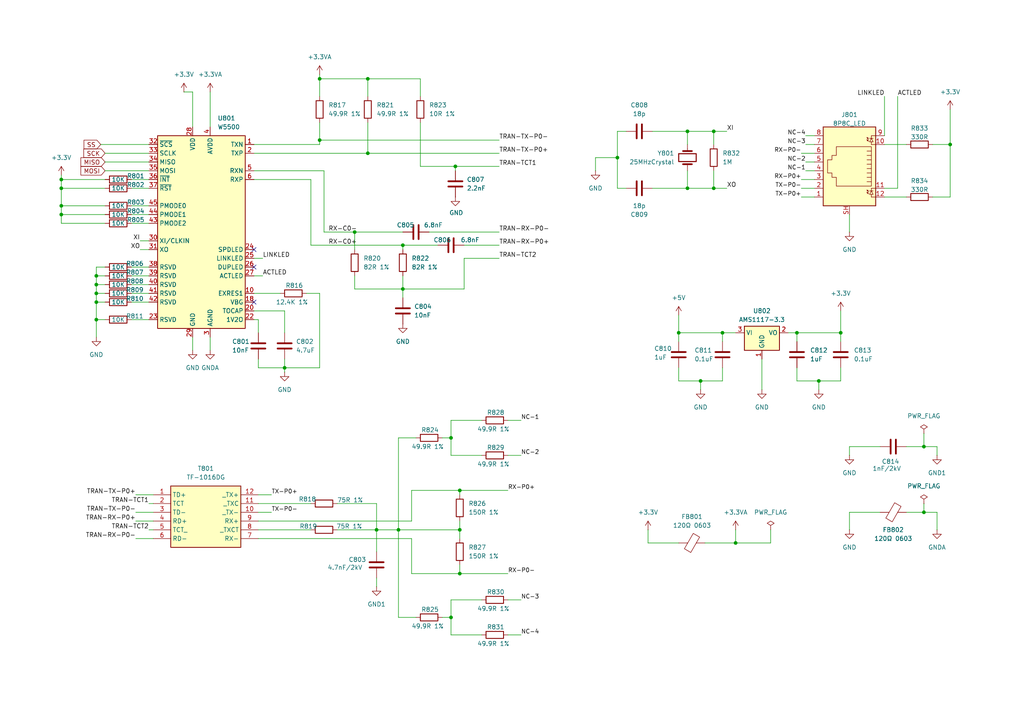
<source format=kicad_sch>
(kicad_sch (version 20250114) (generator "eeschema") (generator_version "9.0")
  (paper "A4")
  (lib_symbols
    (symbol "Connector:8P8C_LED_Shielded" (pin_names (offset 1.016))
      (property "Reference" "J" (at -5.08 13.97 0))
      (property "Value" "8P8C_LED_Shielded" (at 1.27 13.97 0))
      (symbol "8P8C_LED_Shielded_0_1"
        (polyline (pts (xy -7.62 10.16) (xy -6.35 10.16)))
        (polyline (pts (xy -7.62 7.62) (xy -6.35 7.62)))
        (polyline (pts (xy -7.62 -5.08) (xy -6.35 -5.08)))
        (polyline (pts (xy -7.62 -7.62) (xy -6.35 -7.62)))
        (polyline (pts (xy -6.858 9.398) (xy -5.842 9.398)))
        (polyline (pts (xy -6.858 -5.842) (xy -5.842 -5.842)))
        (polyline (pts (xy -6.35 10.16) (xy -6.35 9.398)))
        (polyline (pts (xy -6.35 9.398) (xy -6.858 8.382) (xy -5.842 8.382) (xy -6.35 9.398)))
        (polyline (pts (xy -6.35 7.62) (xy -6.35 8.382)))
        (polyline (pts (xy -6.35 1.905) (xy -5.08 1.905) (xy -5.08 1.905)))
        (polyline (pts (xy -6.35 0.635) (xy -5.08 0.635) (xy -5.08 0.635)))
        (polyline (pts (xy -6.35 -0.635) (xy -5.08 -0.635) (xy -5.08 -0.635)))
        (polyline (pts (xy -6.35 -1.905) (xy -5.08 -1.905) (xy -5.08 -1.905)))
        (polyline (pts (xy -6.35 -3.175) (xy -5.08 -3.175) (xy -5.08 -3.175)))
        (polyline (pts (xy -6.35 -4.445) (xy -6.35 6.985) (xy 3.81 6.985) (xy 3.81 4.445) (xy 5.08 4.445) (xy 5.08 3.175) (xy 6.35 3.175) (xy 6.35 -0.635) (xy 5.08 -0.635) (xy 5.08 -1.905) (xy 3.81 -1.905) (xy 3.81 -4.445) (xy -6.35 -4.445) (xy -6.35 -4.445)))
        (polyline (pts (xy -6.35 -5.08) (xy -6.35 -5.842)))
        (polyline (pts (xy -6.35 -5.842) (xy -6.858 -6.858) (xy -5.842 -6.858) (xy -6.35 -5.842)))
        (polyline (pts (xy -6.35 -7.62) (xy -6.35 -6.858)))
        (polyline (pts (xy -5.588 9.144) (xy -5.08 9.652) (xy -5.461 9.525)))
        (polyline (pts (xy -5.588 8.509) (xy -5.08 9.017) (xy -5.461 8.89)))
        (polyline (pts (xy -5.588 -6.096) (xy -5.08 -5.588) (xy -5.461 -5.715)))
        (polyline (pts (xy -5.588 -6.731) (xy -5.08 -6.223) (xy -5.461 -6.35)))
        (polyline (pts (xy -5.08 9.652) (xy -5.207 9.271)))
        (polyline (pts (xy -5.08 9.017) (xy -5.207 8.636)))
        (polyline (pts (xy -5.08 5.715) (xy -6.35 5.715)))
        (polyline (pts (xy -5.08 4.445) (xy -6.35 4.445)))
        (polyline (pts (xy -5.08 3.175) (xy -6.35 3.175) (xy -6.35 3.175)))
        (polyline (pts (xy -5.08 -5.588) (xy -5.207 -5.969)))
        (polyline (pts (xy -5.08 -6.223) (xy -5.207 -6.604)))
        (rectangle (start 7.62 12.7) (end -7.62 -10.16) (stroke (width 0.254)) (fill (type background)))
      )
      (symbol "8P8C_LED_Shielded_1_1"
        (pin passive line (at -10.16 10.16 0) (length 2.54) (name "~") (number "9"))
        (pin passive line (at -10.16 7.62 0) (length 2.54) (name "~") (number "10"))
        (pin passive line (at -10.16 -5.08 0) (length 2.54) (name "~") (number "11"))
        (pin passive line (at -10.16 -7.62 0) (length 2.54) (name "~") (number "12"))
        (pin passive line (at 0 -12.7 90) (length 2.54) (name "~") (number "SH"))
        (pin passive line (at 10.16 10.16 180) (length 2.54) (name "~") (number "8"))
        (pin passive line (at 10.16 7.62 180) (length 2.54) (name "~") (number "7"))
        (pin passive line (at 10.16 5.08 180) (length 2.54) (name "~") (number "6"))
        (pin passive line (at 10.16 2.54 180) (length 2.54) (name "~") (number "5"))
        (pin passive line (at 10.16 0 180) (length 2.54) (name "~") (number "4"))
        (pin passive line (at 10.16 -2.54 180) (length 2.54) (name "~") (number "3"))
        (pin passive line (at 10.16 -5.08 180) (length 2.54) (name "~") (number "2"))
        (pin passive line (at 10.16 -7.62 180) (length 2.54) (name "~") (number "1"))
      )
    )
    (symbol "Device:C" (pin_numbers (hide yes)) (pin_names (offset 0.254))
      (property "Reference" "C" (at 0.635 2.54 0))
      (property "Value" "C" (at 0.635 -2.54 0))
      (symbol "C_0_1"
        (polyline (pts (xy -2.032 0.762) (xy 2.032 0.762)) (stroke (width 0.508)))
        (polyline (pts (xy -2.032 -0.762) (xy 2.032 -0.762)) (stroke (width 0.508)))
      )
      (symbol "C_1_1"
        (pin passive line (at 0 3.81 270) (length 2.794) (name "~") (number "1"))
        (pin passive line (at 0 -3.81 90) (length 2.794) (name "~") (number "2"))
      )
    )
    (symbol "Device:Crystal" (pin_numbers (hide yes)) (pin_names (offset 1.016) (hide yes))
      (property "Reference" "Y" (at 0 3.81 0))
      (property "Value" "Crystal" (at 0 -3.81 0))
      (symbol "Crystal_0_1"
        (polyline (pts (xy -2.54 0) (xy -1.905 0)))
        (polyline (pts (xy -1.905 -1.27) (xy -1.905 1.27)) (stroke (width 0.508)))
        (rectangle (start -1.143 2.54) (end 1.143 -2.54) (stroke (width 0.3048)))
        (polyline (pts (xy 1.905 -1.27) (xy 1.905 1.27)) (stroke (width 0.508)))
        (polyline (pts (xy 2.54 0) (xy 1.905 0)))
      )
      (symbol "Crystal_1_1"
        (pin passive line (at -3.81 0 0) (length 1.27) (name "1") (number "1"))
        (pin passive line (at 3.81 0 180) (length 1.27) (name "2") (number "2"))
      )
    )
    (symbol "Device:FerriteBead" (pin_numbers (hide yes)) (pin_names (offset 0))
      (property "Reference" "FB" (at -3.81 0.635 90))
      (property "Value" "FerriteBead" (at 3.81 0 90))
      (symbol "FerriteBead_0_1"
        (polyline (pts (xy -2.7686 0.4064) (xy -1.7018 2.2606) (xy 2.7686 -0.3048) (xy 1.6764 -2.159) (xy -2.7686 0.4064)))
        (polyline (pts (xy 0 1.27) (xy 0 1.2954)))
        (polyline (pts (xy 0 -1.27) (xy 0 -1.2192)))
      )
      (symbol "FerriteBead_1_1"
        (pin passive line (at 0 3.81 270) (length 2.54) (name "~") (number "1"))
        (pin passive line (at 0 -3.81 90) (length 2.54) (name "~") (number "2"))
      )
    )
    (symbol "Device:R" (pin_numbers (hide yes)) (pin_names (offset 0))
      (property "Reference" "R" (at 2.032 0 90))
      (property "Value" "R" (at 0 0 90))
      (symbol "R_0_1"
        (rectangle (start -1.016 -2.54) (end 1.016 2.54) (stroke (width 0.254)))
      )
      (symbol "R_1_1"
        (pin passive line (at 0 3.81 270) (length 1.27) (name "~") (number "1"))
        (pin passive line (at 0 -3.81 90) (length 1.27) (name "~") (number "2"))
      )
    )
    (symbol "Interface_Ethernet:W5500"
      (property "Reference" "U" (at -11.43 29.21 0))
      (property "Value" "W5500" (at 8.89 29.21 0))
      (symbol "W5500_0_1"
        (rectangle (start -12.7 27.94) (end 12.7 -27.94) (stroke (width 0.254)) (fill (type background)))
      )
      (symbol "W5500_1_1"
        (pin input line (at -15.24 25.4 0) (length 2.54) (name "~{SCS}") (number "32"))
        (pin input line (at -15.24 22.86 0) (length 2.54) (name "SCLK") (number "33"))
        (pin output line (at -15.24 20.32 0) (length 2.54) (name "MISO") (number "34"))
        (pin input line (at -15.24 17.78 0) (length 2.54) (name "MOSI") (number "35"))
        (pin input line (at -15.24 15.24 0) (length 2.54) (name "~{INT}") (number "36"))
        (pin input line (at -15.24 12.7 0) (length 2.54) (name "~{RST}") (number "37"))
        (pin input line (at -15.24 7.62 0) (length 2.54) (name "PMODE0") (number "45"))
        (pin input line (at -15.24 5.08 0) (length 2.54) (name "PMODE1") (number "44"))
        (pin input line (at -15.24 2.54 0) (length 2.54) (name "PMODE2") (number "43"))
        (pin input line (at -15.24 -2.54 0) (length 2.54) (name "XI/CLKIN") (number "30"))
        (pin output line (at -15.24 -5.08 0) (length 2.54) (name "XO") (number "31"))
        (pin input line (at -15.24 -10.16 0) (length 2.54) (name "RSVD") (number "38"))
        (pin input line (at -15.24 -12.7 0) (length 2.54) (name "RSVD") (number "39"))
        (pin input line (at -15.24 -15.24 0) (length 2.54) (name "RSVD") (number "40"))
        (pin input line (at -15.24 -17.78 0) (length 2.54) (name "RSVD") (number "41"))
        (pin input line (at -15.24 -20.32 0) (length 2.54) (name "RSVD") (number "42"))
        (pin input line (at -15.24 -25.4 0) (length 2.54) (name "RSVD") (number "23"))
        (pin power_in line (at -2.54 30.48 270) (length 2.54) (name "VDD") (number "28"))
        (pin power_in line (at -2.54 -30.48 90) (length 2.54) (name "GND") (number "29"))
        (pin passive line (at 2.54 30.48 270) (length 2.54) (hide yes) (name "AVDD") (number "11"))
        (pin passive line (at 2.54 30.48 270) (length 2.54) (hide yes) (name "AVDD") (number "15"))
        (pin passive line (at 2.54 30.48 270) (length 2.54) (hide yes) (name "AVDD") (number "17"))
        (pin passive line (at 2.54 30.48 270) (length 2.54) (hide yes) (name "AVDD") (number "21"))
        (pin power_in line (at 2.54 30.48 270) (length 2.54) (name "AVDD") (number "4"))
        (pin passive line (at 2.54 30.48 270) (length 2.54) (hide yes) (name "AVDD") (number "8"))
        (pin passive line (at 2.54 -30.48 90) (length 2.54) (hide yes) (name "AGND") (number "14"))
        (pin passive line (at 2.54 -30.48 90) (length 2.54) (hide yes) (name "AGND") (number "16"))
        (pin passive line (at 2.54 -30.48 90) (length 2.54) (hide yes) (name "AGND") (number "19"))
        (pin power_in line (at 2.54 -30.48 90) (length 2.54) (name "AGND") (number "3"))
        (pin passive line (at 2.54 -30.48 90) (length 2.54) (hide yes) (name "AGND") (number "48"))
        (pin passive line (at 2.54 -30.48 90) (length 2.54) (hide yes) (name "AGND") (number "9"))
        (pin no_connect line (at 12.7 10.16 180) (length 2.54) (hide yes) (name "DNC") (number "7"))
        (pin no_connect line (at 12.7 7.62 180) (length 2.54) (hide yes) (name "NC") (number "12"))
        (pin no_connect line (at 12.7 5.08 180) (length 2.54) (hide yes) (name "NC") (number "13"))
        (pin no_connect line (at 12.7 2.54 180) (length 2.54) (hide yes) (name "NC") (number "46"))
        (pin no_connect line (at 12.7 0 180) (length 2.54) (hide yes) (name "NC") (number "47"))
        (pin output line (at 15.24 25.4 180) (length 2.54) (name "TXN") (number "1"))
        (pin output line (at 15.24 22.86 180) (length 2.54) (name "TXP") (number "2"))
        (pin input line (at 15.24 17.78 180) (length 2.54) (name "RXN") (number "5"))
        (pin input line (at 15.24 15.24 180) (length 2.54) (name "RXP") (number "6"))
        (pin output line (at 15.24 -5.08 180) (length 2.54) (name "SPDLED") (number "24"))
        (pin output line (at 15.24 -7.62 180) (length 2.54) (name "LINKLED") (number "25"))
        (pin output line (at 15.24 -10.16 180) (length 2.54) (name "DUPLED") (number "26"))
        (pin output line (at 15.24 -12.7 180) (length 2.54) (name "ACTLED") (number "27"))
        (pin passive line (at 15.24 -17.78 180) (length 2.54) (name "EXRES1") (number "10"))
        (pin passive line (at 15.24 -20.32 180) (length 2.54) (name "VBG") (number "18"))
        (pin passive line (at 15.24 -22.86 180) (length 2.54) (name "TOCAP") (number "20"))
        (pin output line (at 15.24 -25.4 180) (length 2.54) (name "1V2O") (number "22"))
      )
    )
    (symbol "Regulator_Linear:AMS1117-3.3"
      (property "Reference" "U" (at -3.81 3.175 0))
      (property "Value" "AMS1117-3.3" (at 0 3.175 0))
      (symbol "AMS1117-3.3_0_1"
        (rectangle (start -5.08 -5.08) (end 5.08 1.905) (stroke (width 0.254)) (fill (type background)))
      )
      (symbol "AMS1117-3.3_1_1"
        (pin power_in line (at -7.62 0 0) (length 2.54) (name "VI") (number "3"))
        (pin power_in line (at 0 -7.62 90) (length 2.54) (name "GND") (number "1"))
        (pin power_out line (at 7.62 0 180) (length 2.54) (name "VO") (number "2"))
      )
    )
    (symbol "coconut_pairing:TF-1016DG"
      (property "Reference" "T" (at 26.67 7.62 0))
      (property "Value" "TF-1016DG" (at 26.67 5.08 0))
      (symbol "TF-1016DG_1_1"
        (rectangle (start 5.08 2.54) (end 25.4 -15.24) (stroke (width 0.254)) (fill (type background)))
        (pin passive line (at 0 0 0) (length 5.08) (name "TD+") (number "1"))
        (pin passive line (at 0 -2.54 0) (length 5.08) (name "TCT") (number "2"))
        (pin passive line (at 0 -5.08 0) (length 5.08) (name "TD-") (number "3"))
        (pin passive line (at 0 -7.62 0) (length 5.08) (name "RD+") (number "4"))
        (pin passive line (at 0 -10.16 0) (length 5.08) (name "TCT_") (number "5"))
        (pin passive line (at 0 -12.7 0) (length 5.08) (name "RD-") (number "6"))
        (pin passive line (at 30.48 0 180) (length 5.08) (name "_TX+") (number "12"))
        (pin passive line (at 30.48 -2.54 180) (length 5.08) (name "_TXC") (number "11"))
        (pin passive line (at 30.48 -5.08 180) (length 5.08) (name "_TX-") (number "10"))
        (pin passive line (at 30.48 -7.62 180) (length 5.08) (name "RX+") (number "9"))
        (pin passive line (at 30.48 -10.16 180) (length 5.08) (name "_TXCT") (number "8"))
        (pin passive line (at 30.48 -12.7 180) (length 5.08) (name "RX-") (number "7"))
      )
    )
    (symbol "power:+3.3V" (power) (pin_numbers (hide yes)) (pin_names (offset 0) (hide yes))
      (property "Value" "+3.3V" (at 0 3.556 0))
      (symbol "+3.3V_0_1"
        (polyline (pts (xy -0.762 1.27) (xy 0 2.54)))
        (polyline (pts (xy 0 2.54) (xy 0.762 1.27)))
        (polyline (pts (xy 0 0) (xy 0 2.54)))
      )
      (symbol "+3.3V_1_1"
        (pin power_in line (at 0 0 90) (length 0) (name "~") (number "1"))
      )
    )
    (symbol "power:+3.3VA" (power) (pin_numbers (hide yes)) (pin_names (offset 0) (hide yes))
      (property "Value" "+3.3VA" (at 0 3.556 0))
      (symbol "+3.3VA_0_1"
        (polyline (pts (xy -0.762 1.27) (xy 0 2.54)))
        (polyline (pts (xy 0 2.54) (xy 0.762 1.27)))
        (polyline (pts (xy 0 0) (xy 0 2.54)))
      )
      (symbol "+3.3VA_1_1"
        (pin power_in line (at 0 0 90) (length 0) (name "~") (number "1"))
      )
    )
    (symbol "power:+5V" (power) (pin_numbers (hide yes)) (pin_names (offset 0) (hide yes))
      (property "Value" "+5V" (at 0 3.556 0))
      (symbol "+5V_0_1"
        (polyline (pts (xy -0.762 1.27) (xy 0 2.54)))
        (polyline (pts (xy 0 2.54) (xy 0.762 1.27)))
        (polyline (pts (xy 0 0) (xy 0 2.54)))
      )
      (symbol "+5V_1_1"
        (pin power_in line (at 0 0 90) (length 0) (name "~") (number "1"))
      )
    )
    (symbol "power:GND" (power) (pin_numbers (hide yes)) (pin_names (offset 0) (hide yes))
      (property "Value" "GND" (at 0 -3.81 0))
      (symbol "GND_0_1"
        (polyline (pts (xy 0 0) (xy 0 -1.27) (xy 1.27 -1.27) (xy 0 -2.54) (xy -1.27 -1.27) (xy 0 -1.27)))
      )
      (symbol "GND_1_1"
        (pin power_in line (at 0 0 270) (length 0) (name "~") (number "1"))
      )
    )
    (symbol "power:GND1" (power) (pin_numbers (hide yes)) (pin_names (offset 0) (hide yes))
      (property "Value" "GND1" (at 0 -3.81 0))
      (symbol "GND1_0_1"
        (polyline (pts (xy 0 0) (xy 0 -1.27) (xy 1.27 -1.27) (xy 0 -2.54) (xy -1.27 -1.27) (xy 0 -1.27)))
      )
      (symbol "GND1_1_1"
        (pin power_in line (at 0 0 270) (length 0) (name "~") (number "1"))
      )
    )
    (symbol "power:GNDA" (power) (pin_numbers (hide yes)) (pin_names (offset 0) (hide yes))
      (property "Value" "GNDA" (at 0 -3.81 0))
      (symbol "GNDA_0_1"
        (polyline (pts (xy 0 0) (xy 0 -1.27) (xy 1.27 -1.27) (xy 0 -2.54) (xy -1.27 -1.27) (xy 0 -1.27)))
      )
      (symbol "GNDA_1_1"
        (pin power_in line (at 0 0 270) (length 0) (name "~") (number "1"))
      )
    )
    (symbol "power:PWR_FLAG" (power) (pin_numbers (hide yes)) (pin_names (offset 0) (hide yes))
      (property "Value" "PWR_FLAG" (at 0 3.81 0))
      (symbol "PWR_FLAG_0_0"
        (pin power_out line (at 0 0 90) (length 0) (name "~") (number "1"))
      )
      (symbol "PWR_FLAG_0_1"
        (polyline (pts (xy 0 0) (xy 0 1.27) (xy -1.016 1.905) (xy 0 2.54) (xy 1.016 1.905) (xy 0 1.27)))
      )
    )
  )
  (junction (at 27.94 87.63))
  (junction (at 231.14 96.52))
  (junction (at 116.84 71.12))
  (junction (at 92.71 22.86))
  (junction (at 267.97 148.59))
  (junction (at 27.94 92.71))
  (junction (at 199.39 54.61))
  (junction (at 132.08 48.26))
  (junction (at 213.36 157.48))
  (junction (at 102.87 67.31))
  (junction (at 209.55 96.52))
  (junction (at 17.78 62.23))
  (junction (at 116.84 83.82))
  (junction (at 17.78 59.69))
  (junction (at 267.97 129.54))
  (junction (at 106.68 22.86))
  (junction (at 243.84 96.52))
  (junction (at 207.01 38.1))
  (junction (at 130.81 179.07))
  (junction (at 106.68 44.45))
  (junction (at 237.49 110.49))
  (junction (at 133.35 142.24))
  (junction (at 27.94 82.55))
  (junction (at 109.22 153.67))
  (junction (at 275.59 41.91))
  (junction (at 130.81 127))
  (junction (at 27.94 80.01))
  (junction (at 133.35 166.37))
  (junction (at 92.71 40.64))
  (junction (at 82.55 106.68))
  (junction (at 203.2 110.49))
  (junction (at 199.39 38.1))
  (junction (at 115.57 153.67))
  (junction (at 17.78 52.07))
  (junction (at 179.07 45.72))
  (junction (at 133.35 153.67))
  (junction (at 17.78 54.61))
  (junction (at 207.01 54.61))
  (junction (at 27.94 85.09))
  (junction (at 196.85 96.52))
  (no_connect (at 73.66 72.39))
  (no_connect (at 73.66 87.63))
  (no_connect (at 73.66 77.47))
  (wire (pts (xy 207.01 54.61) (xy 199.39 54.61)))
  (wire (pts (xy 210.82 38.1) (xy 207.01 38.1)))
  (wire (pts (xy 27.94 87.63) (xy 27.94 92.71)))
  (wire (pts (xy 246.38 129.54) (xy 255.27 129.54)))
  (wire (pts (xy 213.36 157.48) (xy 223.52 157.48)))
  (wire (pts (xy 60.96 101.6) (xy 60.96 97.79)))
  (wire (pts (xy 120.65 127) (xy 115.57 127)))
  (wire (pts (xy 132.08 48.26) (xy 121.92 48.26)))
  (wire (pts (xy 17.78 64.77) (xy 17.78 62.23)))
  (wire (pts (xy 116.84 71.12) (xy 116.84 72.39)))
  (wire (pts (xy 106.68 44.45) (xy 106.68 35.56)))
  (wire (pts (xy 27.94 80.01) (xy 30.48 80.01)))
  (wire (pts (xy 38.1 59.69) (xy 43.18 59.69)))
  (wire (pts (xy 231.14 99.06) (xy 231.14 96.52)))
  (wire (pts (xy 196.85 110.49) (xy 196.85 106.68)))
  (wire (pts (xy 60.96 26.67) (xy 60.96 36.83)))
  (wire (pts (xy 196.85 99.06) (xy 196.85 96.52)))
  (wire (pts (xy 231.14 110.49) (xy 237.49 110.49)))
  (wire (pts (xy 199.39 49.53) (xy 199.39 54.61)))
  (wire (pts (xy 120.65 179.07) (xy 115.57 179.07)))
  (wire (pts (xy 82.55 106.68) (xy 82.55 104.14)))
  (wire (pts (xy 116.84 71.12) (xy 127 71.12)))
  (wire (pts (xy 92.71 35.56) (xy 92.71 40.64)))
  (wire (pts (xy 134.62 71.12) (xy 144.78 71.12)))
  (wire (pts (xy 203.2 110.49) (xy 203.2 113.03)))
  (wire (pts (xy 133.35 153.67) (xy 133.35 156.21)))
  (wire (pts (xy 119.38 166.37) (xy 119.38 156.21)))
  (wire (pts (xy 256.54 54.61) (xy 260.35 54.61)))
  (wire (pts (xy 38.1 92.71) (xy 43.18 92.71)))
  (wire (pts (xy 121.92 27.94) (xy 121.92 22.86)))
  (wire (pts (xy 121.92 35.56) (xy 121.92 48.26)))
  (wire (pts (xy 76.2 74.93) (xy 73.66 74.93)))
  (wire (pts (xy 275.59 41.91) (xy 270.51 41.91)))
  (wire (pts (xy 232.41 52.07) (xy 236.22 52.07)))
  (wire (pts (xy 179.07 54.61) (xy 181.61 54.61)))
  (wire (pts (xy 267.97 146.05) (xy 267.97 148.59)))
  (wire (pts (xy 97.79 146.05) (xy 109.22 146.05)))
  (wire (pts (xy 92.71 22.86) (xy 92.71 27.94)))
  (wire (pts (xy 220.98 104.14) (xy 220.98 113.03)))
  (wire (pts (xy 267.97 148.59) (xy 271.78 148.59)))
  (wire (pts (xy 93.98 49.53) (xy 93.98 67.31)))
  (wire (pts (xy 179.07 38.1) (xy 179.07 45.72)))
  (wire (pts (xy 102.87 67.31) (xy 102.87 72.39)))
  (wire (pts (xy 119.38 142.24) (xy 133.35 142.24)))
  (wire (pts (xy 93.98 67.31) (xy 102.87 67.31)))
  (wire (pts (xy 115.57 179.07) (xy 115.57 153.67)))
  (wire (pts (xy 233.68 39.37) (xy 236.22 39.37)))
  (wire (pts (xy 139.7 184.15) (xy 130.81 184.15)))
  (wire (pts (xy 106.68 27.94) (xy 106.68 22.86)))
  (wire (pts (xy 109.22 153.67) (xy 115.57 153.67)))
  (wire (pts (xy 147.32 166.37) (xy 133.35 166.37)))
  (wire (pts (xy 179.07 38.1) (xy 181.61 38.1)))
  (wire (pts (xy 243.84 99.06) (xy 243.84 96.52)))
  (wire (pts (xy 88.9 85.09) (xy 92.71 85.09)))
  (wire (pts (xy 134.62 83.82) (xy 116.84 83.82)))
  (wire (pts (xy 73.66 85.09) (xy 81.28 85.09)))
  (wire (pts (xy 121.92 22.86) (xy 106.68 22.86)))
  (wire (pts (xy 17.78 59.69) (xy 30.48 59.69)))
  (wire (pts (xy 74.93 92.71) (xy 74.93 96.52)))
  (wire (pts (xy 30.48 44.45) (xy 43.18 44.45)))
  (wire (pts (xy 43.18 146.05) (xy 44.45 146.05)))
  (wire (pts (xy 92.71 21.59) (xy 92.71 22.86)))
  (wire (pts (xy 207.01 38.1) (xy 199.39 38.1)))
  (wire (pts (xy 38.1 64.77) (xy 43.18 64.77)))
  (wire (pts (xy 43.18 153.67) (xy 44.45 153.67)))
  (wire (pts (xy 17.78 50.8) (xy 17.78 52.07)))
  (wire (pts (xy 130.81 179.07) (xy 130.81 173.99)))
  (wire (pts (xy 172.72 45.72) (xy 172.72 49.53)))
  (wire (pts (xy 228.6 96.52) (xy 231.14 96.52)))
  (wire (pts (xy 132.08 49.53) (xy 132.08 48.26)))
  (wire (pts (xy 172.72 45.72) (xy 179.07 45.72)))
  (wire (pts (xy 189.23 38.1) (xy 199.39 38.1)))
  (wire (pts (xy 232.41 54.61) (xy 236.22 54.61)))
  (wire (pts (xy 246.38 62.23) (xy 246.38 67.31)))
  (wire (pts (xy 38.1 52.07) (xy 43.18 52.07)))
  (wire (pts (xy 130.81 127) (xy 130.81 121.92)))
  (wire (pts (xy 262.89 57.15) (xy 256.54 57.15)))
  (wire (pts (xy 17.78 52.07) (xy 17.78 54.61)))
  (wire (pts (xy 232.41 44.45) (xy 236.22 44.45)))
  (wire (pts (xy 133.35 142.24) (xy 147.32 142.24)))
  (wire (pts (xy 223.52 157.48) (xy 223.52 153.67)))
  (wire (pts (xy 187.96 157.48) (xy 196.85 157.48)))
  (wire (pts (xy 128.27 179.07) (xy 130.81 179.07)))
  (wire (pts (xy 267.97 125.73) (xy 267.97 129.54)))
  (wire (pts (xy 262.89 148.59) (xy 267.97 148.59)))
  (wire (pts (xy 106.68 22.86) (xy 92.71 22.86)))
  (wire (pts (xy 204.47 157.48) (xy 213.36 157.48)))
  (wire (pts (xy 73.66 44.45) (xy 106.68 44.45)))
  (wire (pts (xy 76.2 80.01) (xy 73.66 80.01)))
  (wire (pts (xy 82.55 106.68) (xy 82.55 107.95)))
  (wire (pts (xy 90.17 71.12) (xy 116.84 71.12)))
  (wire (pts (xy 233.68 49.53) (xy 236.22 49.53)))
  (wire (pts (xy 27.94 85.09) (xy 27.94 87.63)))
  (wire (pts (xy 27.94 85.09) (xy 30.48 85.09)))
  (wire (pts (xy 130.81 173.99) (xy 139.7 173.99)))
  (wire (pts (xy 151.13 173.99) (xy 147.32 173.99)))
  (wire (pts (xy 139.7 132.08) (xy 130.81 132.08)))
  (wire (pts (xy 196.85 91.44) (xy 196.85 96.52)))
  (wire (pts (xy 27.94 80.01) (xy 27.94 82.55)))
  (wire (pts (xy 39.37 143.51) (xy 44.45 143.51)))
  (wire (pts (xy 27.94 82.55) (xy 30.48 82.55)))
  (wire (pts (xy 115.57 153.67) (xy 133.35 153.67)))
  (wire (pts (xy 92.71 40.64) (xy 92.71 41.91)))
  (wire (pts (xy 231.14 110.49) (xy 231.14 106.68)))
  (wire (pts (xy 187.96 153.67) (xy 187.96 157.48)))
  (wire (pts (xy 92.71 106.68) (xy 82.55 106.68)))
  (wire (pts (xy 27.94 82.55) (xy 27.94 85.09)))
  (wire (pts (xy 119.38 151.13) (xy 74.93 151.13)))
  (wire (pts (xy 73.66 49.53) (xy 93.98 49.53)))
  (wire (pts (xy 233.68 46.99) (xy 236.22 46.99)))
  (wire (pts (xy 134.62 74.93) (xy 134.62 83.82)))
  (wire (pts (xy 55.88 101.6) (xy 55.88 97.79)))
  (wire (pts (xy 133.35 166.37) (xy 119.38 166.37)))
  (wire (pts (xy 271.78 148.59) (xy 271.78 153.67)))
  (wire (pts (xy 30.48 64.77) (xy 17.78 64.77)))
  (wire (pts (xy 38.1 85.09) (xy 43.18 85.09)))
  (wire (pts (xy 262.89 41.91) (xy 256.54 41.91)))
  (wire (pts (xy 237.49 110.49) (xy 237.49 113.03)))
  (wire (pts (xy 116.84 83.82) (xy 116.84 86.36)))
  (wire (pts (xy 179.07 45.72) (xy 179.07 54.61)))
  (wire (pts (xy 38.1 87.63) (xy 43.18 87.63)))
  (wire (pts (xy 144.78 40.64) (xy 92.71 40.64)))
  (wire (pts (xy 92.71 85.09) (xy 92.71 106.68)))
  (wire (pts (xy 115.57 127) (xy 115.57 153.67)))
  (wire (pts (xy 209.55 99.06) (xy 209.55 96.52)))
  (wire (pts (xy 109.22 170.18) (xy 109.22 167.64)))
  (wire (pts (xy 243.84 110.49) (xy 243.84 106.68)))
  (wire (pts (xy 116.84 80.01) (xy 116.84 83.82)))
  (wire (pts (xy 82.55 90.17) (xy 82.55 96.52)))
  (wire (pts (xy 209.55 110.49) (xy 209.55 106.68)))
  (wire (pts (xy 275.59 57.15) (xy 270.51 57.15)))
  (wire (pts (xy 17.78 52.07) (xy 30.48 52.07)))
  (wire (pts (xy 133.35 153.67) (xy 133.35 151.13)))
  (wire (pts (xy 102.87 83.82) (xy 116.84 83.82)))
  (wire (pts (xy 256.54 27.94) (xy 256.54 39.37)))
  (wire (pts (xy 232.41 57.15) (xy 236.22 57.15)))
  (wire (pts (xy 260.35 27.94) (xy 260.35 54.61)))
  (wire (pts (xy 102.87 67.31) (xy 116.84 67.31)))
  (wire (pts (xy 73.66 41.91) (xy 92.71 41.91)))
  (wire (pts (xy 246.38 148.59) (xy 255.27 148.59)))
  (wire (pts (xy 130.81 121.92) (xy 139.7 121.92)))
  (wire (pts (xy 213.36 157.48) (xy 213.36 153.67)))
  (wire (pts (xy 38.1 54.61) (xy 43.18 54.61)))
  (wire (pts (xy 119.38 156.21) (xy 74.93 156.21)))
  (wire (pts (xy 262.89 129.54) (xy 267.97 129.54)))
  (wire (pts (xy 74.93 153.67) (xy 90.17 153.67)))
  (wire (pts (xy 27.94 97.79) (xy 27.94 92.71)))
  (wire (pts (xy 38.1 80.01) (xy 43.18 80.01)))
  (wire (pts (xy 130.81 127) (xy 130.81 132.08)))
  (wire (pts (xy 39.37 156.21) (xy 44.45 156.21)))
  (wire (pts (xy 27.94 87.63) (xy 30.48 87.63)))
  (wire (pts (xy 209.55 110.49) (xy 203.2 110.49)))
  (wire (pts (xy 30.48 46.99) (xy 43.18 46.99)))
  (wire (pts (xy 17.78 54.61) (xy 30.48 54.61)))
  (wire (pts (xy 207.01 49.53) (xy 207.01 54.61)))
  (wire (pts (xy 53.34 26.67) (xy 55.88 26.67)))
  (wire (pts (xy 82.55 106.68) (xy 74.93 106.68)))
  (wire (pts (xy 132.08 48.26) (xy 144.78 48.26)))
  (wire (pts (xy 102.87 80.01) (xy 102.87 83.82)))
  (wire (pts (xy 246.38 148.59) (xy 246.38 153.67)))
  (wire (pts (xy 38.1 77.47) (xy 43.18 77.47)))
  (wire (pts (xy 109.22 153.67) (xy 109.22 160.02)))
  (wire (pts (xy 196.85 96.52) (xy 209.55 96.52)))
  (wire (pts (xy 73.66 52.07) (xy 90.17 52.07)))
  (wire (pts (xy 133.35 163.83) (xy 133.35 166.37)))
  (wire (pts (xy 73.66 90.17) (xy 82.55 90.17)))
  (wire (pts (xy 275.59 31.75) (xy 275.59 41.91)))
  (wire (pts (xy 74.93 92.71) (xy 73.66 92.71)))
  (wire (pts (xy 237.49 110.49) (xy 243.84 110.49)))
  (wire (pts (xy 246.38 132.08) (xy 246.38 129.54)))
  (wire (pts (xy 90.17 52.07) (xy 90.17 71.12)))
  (wire (pts (xy 39.37 148.59) (xy 44.45 148.59)))
  (wire (pts (xy 78.74 148.59) (xy 74.93 148.59)))
  (wire (pts (xy 38.1 82.55) (xy 43.18 82.55)))
  (wire (pts (xy 17.78 62.23) (xy 17.78 59.69)))
  (wire (pts (xy 151.13 121.92) (xy 147.32 121.92)))
  (wire (pts (xy 27.94 77.47) (xy 27.94 80.01)))
  (wire (pts (xy 30.48 49.53) (xy 43.18 49.53)))
  (wire (pts (xy 109.22 146.05) (xy 109.22 153.67)))
  (wire (pts (xy 39.37 151.13) (xy 44.45 151.13)))
  (wire (pts (xy 203.2 110.49) (xy 196.85 110.49)))
  (wire (pts (xy 151.13 132.08) (xy 147.32 132.08)))
  (wire (pts (xy 231.14 96.52) (xy 243.84 96.52)))
  (wire (pts (xy 151.13 184.15) (xy 147.32 184.15)))
  (wire (pts (xy 128.27 127) (xy 130.81 127)))
  (wire (pts (xy 27.94 77.47) (xy 30.48 77.47)))
  (wire (pts (xy 27.94 92.71) (xy 30.48 92.71)))
  (wire (pts (xy 55.88 26.67) (xy 55.88 36.83)))
  (wire (pts (xy 40.64 69.85) (xy 43.18 69.85)))
  (wire (pts (xy 74.93 146.05) (xy 90.17 146.05)))
  (wire (pts (xy 275.59 41.91) (xy 275.59 57.15)))
  (wire (pts (xy 243.84 90.17) (xy 243.84 96.52)))
  (wire (pts (xy 38.1 62.23) (xy 43.18 62.23)))
  (wire (pts (xy 210.82 54.61) (xy 207.01 54.61)))
  (wire (pts (xy 78.74 143.51) (xy 74.93 143.51)))
  (wire (pts (xy 233.68 41.91) (xy 236.22 41.91)))
  (wire (pts (xy 119.38 142.24) (xy 119.38 151.13)))
  (wire (pts (xy 207.01 38.1) (xy 207.01 41.91)))
  (wire (pts (xy 199.39 38.1) (xy 199.39 41.91)))
  (wire (pts (xy 267.97 129.54) (xy 271.78 129.54)))
  (wire (pts (xy 106.68 44.45) (xy 144.78 44.45)))
  (wire (pts (xy 271.78 129.54) (xy 271.78 132.08)))
  (wire (pts (xy 124.46 67.31) (xy 144.78 67.31)))
  (wire (pts (xy 74.93 106.68) (xy 74.93 104.14)))
  (wire (pts (xy 40.64 72.39) (xy 43.18 72.39)))
  (wire (pts (xy 133.35 143.51) (xy 133.35 142.24)))
  (wire (pts (xy 97.79 153.67) (xy 109.22 153.67)))
  (wire (pts (xy 189.23 54.61) (xy 199.39 54.61)))
  (wire (pts (xy 17.78 62.23) (xy 30.48 62.23)))
  (wire (pts (xy 134.62 74.93) (xy 144.78 74.93)))
  (wire (pts (xy 29.21 41.91) (xy 43.18 41.91)))
  (wire (pts (xy 209.55 96.52) (xy 213.36 96.52)))
  (wire (pts (xy 130.81 179.07) (xy 130.81 184.15)))
  (wire (pts (xy 17.78 54.61) (xy 17.78 59.69)))
  (label "TRAN-TX-P0-" (at 39.37 148.59 180))
  (label "TRAN-TCT1" (at 144.78 48.26 0))
  (label "TRAN-TCT2" (at 43.18 153.67 180))
  (label "XO" (at 210.82 54.61 0))
  (label "RX-P0-" (at 232.41 44.45 180) (effects (font (size 1.2 1.2))))
  (label "XI" (at 210.82 38.1 0))
  (label "LINKLED" (at 76.2 74.93 0))
  (label "TRAN-TX-P0+" (at 144.78 44.45 0))
  (label "NC-2" (at 151.13 132.08 0) (effects (font (size 1.2 1.2))))
  (label "NC-1" (at 151.13 121.92 0) (effects (font (size 1.2 1.2))))
  (label "TRAN-TCT1" (at 43.18 146.05 180))
  (label "TX-P0-" (at 78.74 148.59 0) (effects (font (size 1.2 1.2))))
  (label "RX-C0-" (at 95.25 67.31 0))
  (label "RX-C0+" (at 95.25 71.12 0))
  (label "RX-P0-" (at 147.32 166.37 0) (effects (font (size 1.2 1.2))))
  (label "NC-4" (at 151.13 184.15 0) (effects (font (size 1.2 1.2))))
  (label "TX-P0+" (at 78.74 143.51 0) (effects (font (size 1.2 1.2))))
  (label "TRAN-RX-P0-" (at 144.78 67.31 0))
  (label "XI" (at 40.64 69.85 180))
  (label "ACTLED" (at 260.35 27.94 0))
  (label "TRAN-RX-P0+" (at 39.37 151.13 180))
  (label "NC-1" (at 233.68 49.53 180) (effects (font (size 1.2 1.2))))
  (label "TRAN-TX-P0+" (at 39.37 143.51 180))
  (label "NC-4" (at 233.68 39.37 180) (effects (font (size 1.2 1.2))))
  (label "RX-P0+" (at 232.41 52.07 180) (effects (font (size 1.2 1.2))))
  (label "TRAN-RX-P0+" (at 144.78 71.12 0))
  (label "NC-2" (at 233.68 46.99 180) (effects (font (size 1.2 1.2))))
  (label "LINKLED" (at 256.54 27.94 180))
  (label "TRAN-RX-P0-" (at 39.37 156.21 180))
  (label "TX-P0-" (at 232.41 54.61 180) (effects (font (size 1.2 1.2))))
  (label "NC-3" (at 151.13 173.99 0) (effects (font (size 1.2 1.2))))
  (label "RX-P0+" (at 147.32 142.24 0) (effects (font (size 1.2 1.2))))
  (label "ACTLED" (at 76.2 80.01 0))
  (label "TX-P0+" (at 232.41 57.15 180) (effects (font (size 1.2 1.2))))
  (label "NC-3" (at 233.68 41.91 180) (effects (font (size 1.2 1.2))))
  (label "TRAN-TCT2" (at 144.78 74.93 0))
  (label "XO" (at 40.64 72.39 180))
  (label "TRAN-TX-P0-" (at 144.78 40.64 0))
  (global_label "MISO" (shape input) (at 30.48 46.99 180) (property "Intersheetrefs" "${INTERSHEET_REFS}" (effects (hide yes))))
  (global_label "SCK" (shape input) (at 30.48 44.45 180) (property "Intersheetrefs" "${INTERSHEET_REFS}" (effects (hide yes))))
  (global_label "SS" (shape input) (at 29.21 41.91 180) (property "Intersheetrefs" "${INTERSHEET_REFS}" (effects (hide yes))))
  (global_label "MOSI" (shape input) (at 30.48 49.53 180) (property "Intersheetrefs" "${INTERSHEET_REFS}" (effects (hide yes))))
  (symbol (lib_id "power:GND") (at 203.2 113.03 0) (unit 1)
    (property "Reference" "#PWR0815" (effects (hide yes)))
    (property "Value" "GND" (at 203.2 118.11 0))
    (property "Description" "Power symbol creates a global label with name \"GND\" , ground" (effects (hide yes)))
  )
  (symbol (lib_id "Device:R") (at 93.98 153.67 90) (mirror x) (unit 1)
    (property "Reference" "R819" (at 86.868 152.654 90) (effects (justify right)))
    (property "Value" "75R 1%" (at 97.536 152.654 90) (effects (justify right)))
    (property "Footprint" "Resistor_SMD:R_0603_1608Metric_Pad0.98x0.95mm_HandSolder" (effects (hide yes)))
    (property "Description" "Resistor" (effects (hide yes)))
  )
  (symbol (lib_id "power:GND") (at 246.38 67.31 0) (mirror y) (unit 1)
    (property "Reference" "#PWR0820" (effects (hide yes)))
    (property "Value" "GND" (at 246.38 72.39 0))
    (property "Description" "Power symbol creates a global label with name \"GND\" , ground" (effects (hide yes)))
  )
  (symbol (lib_id "power:+3.3VA") (at 213.36 153.67 0) (unit 1)
    (property "Reference" "#PWR0816" (effects (hide yes)))
    (property "Value" "+3.3VA" (at 213.36 148.59 0))
    (property "Description" "Power symbol creates a global label with name \"+3.3VA\"" (effects (hide yes)))
  )
  (symbol (lib_id "Device:R") (at 266.7 41.91 270) (mirror x) (unit 1)
    (property "Reference" "R833" (at 266.7 37.211 90))
    (property "Value" "330R" (at 266.7 39.751 90))
    (property "Footprint" "Resistor_SMD:R_0402_1005Metric_Pad0.72x0.64mm_HandSolder" (effects (hide yes)))
  )
  (symbol (lib_id "power:+5V") (at 196.85 91.44 0) (unit 1)
    (property "Reference" "#PWR0814" (effects (hide yes)))
    (property "Value" "+5V" (at 196.85 86.36 0))
    (property "Description" "Power symbol creates a global label with name \"+5V\"" (effects (hide yes)))
  )
  (symbol (lib_id "power:PWR_FLAG") (at 267.97 125.73 0) (unit 1)
    (property "Reference" "#FLG0802" (effects (hide yes)))
    (property "Value" "PWR_FLAG" (at 267.97 120.65 0))
    (property "Description" "Special symbol for telling ERC where power comes from" (effects (hide yes)))
  )
  (symbol (lib_id "Device:R") (at 34.29 80.01 90) (unit 1)
    (property "Reference" "R807" (at 39.116 78.994 90))
    (property "Value" "10K" (at 34.29 80.01 90))
    (property "Footprint" "Resistor_SMD:R_0402_1005Metric_Pad0.72x0.64mm_HandSolder" (effects (hide yes)))
    (property "Description" "Resistor" (effects (hide yes)))
  )
  (symbol (lib_id "power:GNDA") (at 271.78 153.67 0) (unit 1)
    (property "Reference" "#PWR0824" (effects (hide yes)))
    (property "Value" "GNDA" (at 271.78 158.75 0))
    (property "Description" "Power symbol creates a global label with name \"GNDA\" , analog ground" (effects (hide yes)))
  )
  (symbol (lib_id "power:PWR_FLAG") (at 267.97 146.05 0) (unit 1)
    (property "Reference" "#FLG0803" (effects (hide yes)))
    (property "Value" "PWR_FLAG" (at 267.97 140.97 0))
    (property "Description" "Special symbol for telling ERC where power comes from" (effects (hide yes)))
  )
  (symbol (lib_id "power:GND") (at 246.38 132.08 0) (unit 1)
    (property "Reference" "#PWR0821" (effects (hide yes)))
    (property "Value" "GND" (at 246.38 137.16 0))
    (property "Description" "Power symbol creates a global label with name \"GND\" , ground" (effects (hide yes)))
  )
  (symbol (lib_id "Device:R") (at 34.29 92.71 90) (mirror x) (unit 1)
    (property "Reference" "R811" (at 39.116 91.694 90))
    (property "Value" "10K" (at 34.29 92.71 90))
    (property "Footprint" "Resistor_SMD:R_0402_1005Metric_Pad0.72x0.64mm_HandSolder" (effects (hide yes)))
    (property "Description" "Resistor" (effects (hide yes)))
  )
  (symbol (lib_id "Device:R") (at 34.29 87.63 90) (unit 1)
    (property "Reference" "R810" (at 39.116 86.614 90))
    (property "Value" "10K" (at 34.29 87.63 90))
    (property "Footprint" "Resistor_SMD:R_0402_1005Metric_Pad0.72x0.64mm_HandSolder" (effects (hide yes)))
    (property "Description" "Resistor" (effects (hide yes)))
  )
  (symbol (lib_id "Device:C") (at 132.08 53.34 180) (unit 1)
    (property "Reference" "C807" (at 135.382 52.07 0) (effects (justify right)))
    (property "Value" "2.2nF" (at 135.382 54.61 0) (effects (justify right)))
    (property "Footprint" "Resistor_SMD:R_0603_1608Metric_Pad0.98x0.95mm_HandSolder" (effects (hide yes)))
    (property "Description" "Unpolarized capacitor" (effects (hide yes)))
  )
  (symbol (lib_id "Device:C") (at 120.65 67.31 270) (unit 1)
    (property "Reference" "C805" (at 115.062 65.278 90) (effects (justify left)))
    (property "Value" "6.8nF" (at 122.936 65.278 90) (effects (justify left)))
    (property "Footprint" "Resistor_SMD:R_0603_1608Metric_Pad0.98x0.95mm_HandSolder" (effects (hide yes)))
    (property "Description" "Unpolarized capacitor" (effects (hide yes)))
  )
  (symbol (lib_id "Device:R") (at 143.51 121.92 90) (mirror x) (unit 1)
    (property "Reference" "R828" (at 141.224 119.634 90) (effects (justify right)))
    (property "Value" "49.9R 1%" (at 138.43 124.46 90) (effects (justify right)))
    (property "Footprint" "Resistor_SMD:R_0603_1608Metric_Pad0.98x0.95mm_HandSolder" (effects (hide yes)))
    (property "Description" "Resistor" (effects (hide yes)))
  )
  (symbol (lib_id "Device:C") (at 243.84 102.87 0) (unit 1)
    (property "Reference" "C813" (at 247.65 101.5999 0) (effects (justify left)))
    (property "Value" "0.1uF" (at 247.65 104.1399 0) (effects (justify left)))
    (property "Footprint" "Resistor_SMD:R_0603_1608Metric_Pad0.98x0.95mm_HandSolder" (effects (hide yes)))
    (property "Description" "Unpolarized capacitor" (effects (hide yes)))
  )
  (symbol (lib_id "power:GNDA") (at 60.96 101.6 0) (unit 1)
    (property "Reference" "#PWR0806" (effects (hide yes)))
    (property "Value" "GNDA" (at 60.96 106.68 0))
    (property "Description" "Power symbol creates a global label with name \"GNDA\" , analog ground" (effects (hide yes)))
  )
  (symbol (lib_id "Device:R") (at 34.29 64.77 90) (unit 1)
    (property "Reference" "R805" (at 39.37 63.754 90))
    (property "Value" "10K" (at 34.29 64.77 90))
    (property "Footprint" "Resistor_SMD:R_0402_1005Metric_Pad0.72x0.64mm_HandSolder" (effects (hide yes)))
    (property "Description" "Resistor" (effects (hide yes)))
  )
  (symbol (lib_id "power:+3.3VA") (at 92.71 21.59 0) (unit 1)
    (property "Reference" "#PWR0808" (effects (hide yes)))
    (property "Value" "+3.3VA" (at 92.71 16.51 0))
    (property "Description" "Power symbol creates a global label with name \"+3.3VA\"" (effects (hide yes)))
  )
  (symbol (lib_id "Device:R") (at 34.29 77.47 90) (unit 1)
    (property "Reference" "R806" (at 39.116 76.454 90))
    (property "Value" "10K" (at 34.29 77.47 90))
    (property "Footprint" "Resistor_SMD:R_0402_1005Metric_Pad0.72x0.64mm_HandSolder" (effects (hide yes)))
    (property "Description" "Resistor" (effects (hide yes)))
  )
  (symbol (lib_id "power:+3.3V") (at 275.59 31.75 0) (unit 1)
    (property "Reference" "#PWR0825" (effects (hide yes)))
    (property "Value" "+3.3V" (at 275.59 26.67 0))
    (property "Description" "Power symbol creates a global label with name \"+3.3V\"" (effects (hide yes)))
  )
  (symbol (lib_id "Device:R") (at 34.29 54.61 90) (unit 1)
    (property "Reference" "R802" (at 39.37 53.594 90))
    (property "Value" "10K" (at 34.29 54.61 90))
    (property "Footprint" "Resistor_SMD:R_0402_1005Metric_Pad0.72x0.64mm_HandSolder" (effects (hide yes)))
    (property "Description" "Resistor" (effects (hide yes)))
  )
  (symbol (lib_id "Connector:8P8C_LED_Shielded") (at 246.38 49.53 0) (mirror y) (unit 1)
    (property "Reference" "J801" (at 246.38 33.274 0))
    (property "Value" "8P8C_LED" (at 246.38 35.814 0))
    (property "Footprint" "Connector_RJ:RJ45_Amphenol_RJHSE538X" (effects (hide yes)))
    (property "Description" "RJ connector, 8P8C (8 positions 8 connected), two LEDs, RJ45, Shielded" (effects (hide yes)))
  )
  (symbol (lib_id "Device:R") (at 124.46 127 90) (mirror x) (unit 1)
    (property "Reference" "R824" (at 122.174 124.714 90) (effects (justify right)))
    (property "Value" "49.9R 1%" (at 119.38 129.54 90) (effects (justify right)))
    (property "Footprint" "Resistor_SMD:R_0603_1608Metric_Pad0.98x0.95mm_HandSolder" (effects (hide yes)))
    (property "Description" "Resistor" (effects (hide yes)))
  )
  (symbol (lib_id "Device:R") (at 133.35 160.02 0) (unit 1)
    (property "Reference" "R827" (at 135.89 158.7499 0) (effects (justify left)))
    (property "Value" "150R 1%" (at 135.89 161.2899 0) (effects (justify left)))
    (property "Footprint" "Resistor_SMD:R_0603_1608Metric_Pad0.98x0.95mm_HandSolder" (effects (hide yes)))
    (property "Description" "Resistor" (effects (hide yes)))
  )
  (symbol (lib_id "Device:R") (at 124.46 179.07 90) (mirror x) (unit 1)
    (property "Reference" "R825" (at 122.174 176.784 90) (effects (justify right)))
    (property "Value" "49.9R 1%" (at 119.38 181.61 90) (effects (justify right)))
    (property "Footprint" "Resistor_SMD:R_0603_1608Metric_Pad0.98x0.95mm_HandSolder" (effects (hide yes)))
    (property "Description" "Resistor" (effects (hide yes)))
  )
  (symbol (lib_id "coconut_pairing:TF-1016DG") (at 44.45 143.51 0) (unit 1)
    (property "Reference" "T801" (at 59.69 135.89 0))
    (property "Value" "TF-1016DG" (at 59.69 138.43 0))
    (property "Footprint" "coconut_pairing_footprint:TF1016DG" (effects (hide yes)))
    (property "Datasheet" "https://datasheet.lcsc.com/szlcsc/1908071604_CND-tek-TF-1016DG_C408871.pdf" (effects (hide yes)))
    (property "Description" ".9 -1.1 -18 350 1:1 28 DIP-12 RJ45 Transformer" (effects (hide yes)))
    (property "Height" "6.55" (effects (hide yes)))
    (property "Manufacturer_Name" "SHEN ZHEN FINE MAD ELECTRONICS GROUP" (effects (hide yes)))
    (property "Manufacturer_Part_Number" "TF-1016DG" (effects (hide yes)))
  )
  (symbol (lib_id "Device:C") (at 185.42 54.61 270) (mirror x) (unit 1)
    (property "Reference" "C809" (at 185.42 62.23 90))
    (property "Value" "18p" (at 185.42 59.69 90))
    (property "Footprint" "Resistor_SMD:R_0603_1608Metric_Pad0.98x0.95mm_HandSolder" (effects (hide yes)))
    (property "Description" "Unpolarized capacitor" (effects (hide yes)))
  )
  (symbol (lib_id "Device:C") (at 130.81 71.12 270) (unit 1)
    (property "Reference" "C806" (at 125.73 69.596 90) (effects (justify left)))
    (property "Value" "6.8nF" (at 133.604 69.596 90) (effects (justify left)))
    (property "Footprint" "Resistor_SMD:R_0603_1608Metric_Pad0.98x0.95mm_HandSolder" (effects (hide yes)))
    (property "Description" "Unpolarized capacitor" (effects (hide yes)))
  )
  (symbol (lib_id "Regulator_Linear:AMS1117-3.3") (at 220.98 96.52 0) (unit 1)
    (property "Reference" "U802" (at 220.98 90.17 0))
    (property "Value" "AMS1117-3.3" (at 220.98 92.71 0))
    (property "Footprint" "Package_TO_SOT_SMD:SOT-223-3_TabPin2" (effects (hide yes)))
    (property "Datasheet" "http://www.advanced-monolithic.com/pdf/ds1117.pdf" (effects (hide yes)))
    (property "Description" "1A Low Dropout regulator, positive, 3.3V fixed output, SOT-223" (effects (hide yes)))
  )
  (symbol (lib_id "Device:C") (at 259.08 129.54 90) (unit 1)
    (property "Reference" "C814" (at 260.858 133.858 90) (effects (justify left)))
    (property "Value" "1nF/2kV" (at 261.366 135.89 90) (effects (justify left)))
    (property "Footprint" "Resistor_SMD:R_0603_1608Metric_Pad0.98x0.95mm_HandSolder" (effects (hide yes)))
    (property "Description" "Unpolarized capacitor" (effects (hide yes)))
  )
  (symbol (lib_id "Device:R") (at 207.01 45.72 0) (unit 1)
    (property "Reference" "R832" (at 209.55 44.4499 0) (effects (justify left)))
    (property "Value" "1M" (at 209.55 46.9899 0) (effects (justify left)))
    (property "Footprint" "Resistor_SMD:R_0603_1608Metric_Pad0.98x0.95mm_HandSolder" (effects (hide yes)))
    (property "Description" "Resistor" (effects (hide yes)))
  )
  (symbol (lib_id "Device:C") (at 109.22 163.83 180) (unit 1)
    (property "Reference" "C803" (at 101.092 162.306 0) (effects (justify right)))
    (property "Value" "4.7nF/2kV" (at 94.996 164.592 0) (effects (justify right)))
    (property "Footprint" "Resistor_SMD:R_0603_1608Metric_Pad0.98x0.95mm_HandSolder" (effects (hide yes)))
    (property "Description" "Unpolarized capacitor" (effects (hide yes)))
  )
  (symbol (lib_id "Device:C") (at 231.14 102.87 0) (unit 1)
    (property "Reference" "C812" (at 234.95 101.5999 0) (effects (justify left)))
    (property "Value" "1uF" (at 234.95 104.1399 0) (effects (justify left)))
    (property "Footprint" "Resistor_SMD:R_0603_1608Metric_Pad0.98x0.95mm_HandSolder" (effects (hide yes)))
    (property "Description" "Unpolarized capacitor" (effects (hide yes)))
  )
  (symbol (lib_id "Device:R") (at 133.35 147.32 0) (unit 1)
    (property "Reference" "R826" (at 135.89 146.0499 0) (effects (justify left)))
    (property "Value" "150R 1%" (at 135.89 148.5899 0) (effects (justify left)))
    (property "Footprint" "Resistor_SMD:R_0603_1608Metric_Pad0.98x0.95mm_HandSolder" (effects (hide yes)))
    (property "Description" "Resistor" (effects (hide yes)))
  )
  (symbol (lib_id "power:+3.3V") (at 53.34 26.67 0) (unit 1)
    (property "Reference" "#PWR0803" (effects (hide yes)))
    (property "Value" "+3.3V" (at 53.34 21.59 0))
    (property "Description" "Power symbol creates a global label with name \"+3.3V\"" (effects (hide yes)))
  )
  (symbol (lib_id "Device:R") (at 92.71 31.75 0) (unit 1)
    (property "Reference" "R817" (at 95.25 30.4799 0) (effects (justify left)))
    (property "Value" "49.9R 1%" (at 95.25 33.0199 0) (effects (justify left)))
    (property "Footprint" "Resistor_SMD:R_0603_1608Metric_Pad0.98x0.95mm_HandSolder" (effects (hide yes)))
    (property "Description" "Resistor" (effects (hide yes)))
  )
  (symbol (lib_id "power:+3.3V") (at 243.84 90.17 0) (unit 1)
    (property "Reference" "#PWR0819" (effects (hide yes)))
    (property "Value" "+3.3V" (at 243.84 85.09 0))
    (property "Description" "Power symbol creates a global label with name \"+3.3V\"" (effects (hide yes)))
  )
  (symbol (lib_id "Device:C") (at 209.55 102.87 0) (unit 1)
    (property "Reference" "C811" (at 201.422 101.6 0) (effects (justify left)))
    (property "Value" "0.1uF" (at 201.422 104.14 0) (effects (justify left)))
    (property "Footprint" "Resistor_SMD:R_0603_1608Metric_Pad0.98x0.95mm_HandSolder" (effects (hide yes)))
    (property "Description" "Unpolarized capacitor" (effects (hide yes)))
  )
  (symbol (lib_id "Device:R") (at 266.7 57.15 270) (mirror x) (unit 1)
    (property "Reference" "R834" (at 266.7 52.451 90))
    (property "Value" "330R" (at 266.7 54.991 90))
    (property "Footprint" "Resistor_SMD:R_0402_1005Metric_Pad0.72x0.64mm_HandSolder" (effects (hide yes)))
  )
  (symbol (lib_id "Interface_Ethernet:W5500") (at 58.42 67.31 0) (unit 1)
    (property "Reference" "U801" (at 63.1033 34.29 0) (effects (justify left)))
    (property "Value" "W5500" (at 63.1033 36.83 0) (effects (justify left)))
    (property "Footprint" "Package_QFP:LQFP-48_7x7mm_P0.5mm" (effects (hide yes)))
    (property "Datasheet" "http://wizwiki.net/wiki/lib/exe/fetch.php/products:w5500:w5500_ds_v109e.pdf" (effects (hide yes)))
    (property "Description" "10/100Mb SPI Ethernet controller with TCP/IP stack, LQFP-48" (effects (hide yes)))
  )
  (symbol (lib_id "Device:R") (at 34.29 52.07 90) (unit 1)
    (property "Reference" "R801" (at 39.37 51.054 90))
    (property "Value" "10K" (at 34.29 52.07 90))
    (property "Footprint" "Resistor_SMD:R_0402_1005Metric_Pad0.72x0.64mm_HandSolder" (effects (hide yes)))
    (property "Description" "Resistor" (effects (hide yes)))
  )
  (symbol (lib_id "Device:C") (at 82.55 100.33 180) (unit 1)
    (property "Reference" "C802" (at 85.852 99.06 0) (effects (justify right)))
    (property "Value" "4.7uF" (at 85.852 101.6 0) (effects (justify right)))
    (property "Footprint" "Resistor_SMD:R_0603_1608Metric_Pad0.98x0.95mm_HandSolder" (effects (hide yes)))
    (property "Description" "Unpolarized capacitor" (effects (hide yes)))
  )
  (symbol (lib_id "power:GND1") (at 271.78 132.08 0) (unit 1)
    (property "Reference" "#PWR0823" (effects (hide yes)))
    (property "Value" "GND1" (at 271.78 137.16 0))
    (property "Description" "Power symbol creates a global label with name \"GND1\" , ground" (effects (hide yes)))
  )
  (symbol (lib_id "Device:Crystal") (at 199.39 45.72 90) (mirror x) (unit 1)
    (property "Reference" "Y801" (at 195.58 44.4499 90) (effects (justify left)))
    (property "Value" "25MHzCrystal" (at 195.58 46.9899 90) (effects (justify left)))
    (property "Footprint" "Crystal:Crystal_HC49-4H_Vertical" (effects (hide yes)))
    (property "Description" "Two pin crystal" (effects (hide yes)))
  )
  (symbol (lib_id "power:GND") (at 55.88 101.6 0) (unit 1)
    (property "Reference" "#PWR0804" (effects (hide yes)))
    (property "Value" "GND" (at 55.88 106.68 0))
    (property "Description" "Power symbol creates a global label with name \"GND\" , ground" (effects (hide yes)))
  )
  (symbol (lib_id "Device:R") (at 143.51 132.08 90) (mirror x) (unit 1)
    (property "Reference" "R829" (at 141.224 129.794 90) (effects (justify right)))
    (property "Value" "49.9R 1%" (at 138.43 134.62 90) (effects (justify right)))
    (property "Footprint" "Resistor_SMD:R_0603_1608Metric_Pad0.98x0.95mm_HandSolder" (effects (hide yes)))
    (property "Description" "Resistor" (effects (hide yes)))
  )
  (symbol (lib_id "Device:R") (at 34.29 85.09 90) (unit 1)
    (property "Reference" "R809" (at 39.116 84.074 90))
    (property "Value" "10K" (at 34.29 85.09 90))
    (property "Footprint" "Resistor_SMD:R_0402_1005Metric_Pad0.72x0.64mm_HandSolder" (effects (hide yes)))
    (property "Description" "Resistor" (effects (hide yes)))
  )
  (symbol (lib_id "Device:R") (at 34.29 62.23 90) (unit 1)
    (property "Reference" "R804" (at 39.37 61.214 90))
    (property "Value" "10K" (at 34.29 62.23 90))
    (property "Footprint" "Resistor_SMD:R_0402_1005Metric_Pad0.72x0.64mm_HandSolder" (effects (hide yes)))
    (property "Description" "Resistor" (effects (hide yes)))
  )
  (symbol (lib_id "Device:R") (at 116.84 76.2 0) (unit 1)
    (property "Reference" "R822" (at 119.38 74.9299 0) (effects (justify left)))
    (property "Value" "82R 1%" (at 119.38 77.4699 0) (effects (justify left)))
    (property "Footprint" "Resistor_SMD:R_0603_1608Metric_Pad0.98x0.95mm_HandSolder" (effects (hide yes)))
    (property "Description" "Resistor" (effects (hide yes)))
  )
  (symbol (lib_id "power:GND") (at 237.49 113.03 0) (unit 1)
    (property "Reference" "#PWR0818" (effects (hide yes)))
    (property "Value" "GND" (at 237.49 118.11 0))
    (property "Description" "Power symbol creates a global label with name \"GND\" , ground" (effects (hide yes)))
  )
  (symbol (lib_id "power:PWR_FLAG") (at 223.52 153.67 0) (unit 1)
    (property "Reference" "#FLG0801" (effects (hide yes)))
    (property "Value" "PWR_FLAG" (at 223.52 148.59 0))
    (property "Description" "Special symbol for telling ERC where power comes from" (effects (hide yes)))
  )
  (symbol (lib_id "Device:C") (at 185.42 38.1 270) (unit 1)
    (property "Reference" "C808" (at 185.42 30.48 90))
    (property "Value" "18p" (at 185.42 33.02 90))
    (property "Footprint" "Resistor_SMD:R_0603_1608Metric_Pad0.98x0.95mm_HandSolder" (effects (hide yes)))
    (property "Description" "Unpolarized capacitor" (effects (hide yes)))
  )
  (symbol (lib_id "power:GND") (at 172.72 49.53 0) (unit 1)
    (property "Reference" "#PWR0812" (effects (hide yes)))
    (property "Value" "GND" (at 172.72 54.61 0))
    (property "Description" "Power symbol creates a global label with name \"GND\" , ground" (effects (hide yes)))
  )
  (symbol (lib_id "Device:C") (at 196.85 102.87 0) (unit 1)
    (property "Reference" "C810" (at 189.738 101.092 0) (effects (justify left)))
    (property "Value" "1uF" (at 189.738 103.632 0) (effects (justify left)))
    (property "Footprint" "Resistor_SMD:R_0603_1608Metric_Pad0.98x0.95mm_HandSolder" (effects (hide yes)))
    (property "Description" "Unpolarized capacitor" (effects (hide yes)))
  )
  (symbol (lib_id "Device:R") (at 121.92 31.75 0) (unit 1)
    (property "Reference" "R823" (at 124.46 30.4799 0) (effects (justify left)))
    (property "Value" "10R 1%" (at 124.46 33.0199 0) (effects (justify left)))
    (property "Footprint" "Resistor_SMD:R_0603_1608Metric_Pad0.98x0.95mm_HandSolder" (effects (hide yes)))
    (property "Description" "Resistor" (effects (hide yes)))
  )
  (symbol (lib_id "Device:R") (at 143.51 173.99 90) (mirror x) (unit 1)
    (property "Reference" "R830" (at 141.224 171.704 90) (effects (justify right)))
    (property "Value" "49.9R 1%" (at 138.43 176.53 90) (effects (justify right)))
    (property "Footprint" "Resistor_SMD:R_0603_1608Metric_Pad0.98x0.95mm_HandSolder" (effects (hide yes)))
    (property "Description" "Resistor" (effects (hide yes)))
  )
  (symbol (lib_id "Device:R") (at 93.98 146.05 90) (mirror x) (unit 1)
    (property "Reference" "R818" (at 86.614 144.78 90) (effects (justify right)))
    (property "Value" "75R 1%" (at 97.79 145.034 90) (effects (justify right)))
    (property "Footprint" "Resistor_SMD:R_0603_1608Metric_Pad0.98x0.95mm_HandSolder" (effects (hide yes)))
    (property "Description" "Resistor" (effects (hide yes)))
  )
  (symbol (lib_id "Device:C") (at 74.93 100.33 180) (unit 1)
    (property "Reference" "C801" (at 67.31 99.06 0) (effects (justify right)))
    (property "Value" "10nF" (at 67.31 101.6 0) (effects (justify right)))
    (property "Footprint" "Capacitor_SMD:C_0603_1608Metric_Pad1.08x0.95mm_HandSolder" (effects (hide yes)))
    (property "Description" "Unpolarized capacitor" (effects (hide yes)))
  )
  (symbol (lib_id "Device:R") (at 102.87 76.2 0) (unit 1)
    (property "Reference" "R820" (at 105.41 74.9299 0) (effects (justify left)))
    (property "Value" "82R 1%" (at 105.41 77.4699 0) (effects (justify left)))
    (property "Footprint" "Resistor_SMD:R_0603_1608Metric_Pad0.98x0.95mm_HandSolder" (effects (hide yes)))
    (property "Description" "Resistor" (effects (hide yes)))
  )
  (symbol (lib_id "power:+3.3VA") (at 60.96 26.67 0) (unit 1)
    (property "Reference" "#PWR0805" (effects (hide yes)))
    (property "Value" "+3.3VA" (at 60.96 21.59 0))
    (property "Description" "Power symbol creates a global label with name \"+3.3VA\"" (effects (hide yes)))
  )
  (symbol (lib_id "power:GND") (at 27.94 97.79 0) (unit 1)
    (property "Reference" "#PWR0802" (effects (hide yes)))
    (property "Value" "GND" (at 27.94 102.87 0))
    (property "Description" "Power symbol creates a global label with name \"GND\" , ground" (effects (hide yes)))
  )
  (symbol (lib_id "Device:FerriteBead") (at 200.66 157.48 270) (unit 1)
    (property "Reference" "FB801" (at 200.7108 149.86 90))
    (property "Value" "120Ω 0603" (at 200.7108 152.4 90))
    (property "Footprint" "Capacitor_SMD:C_0603_1608Metric_Pad1.08x0.95mm_HandSolder" (effects (hide yes)))
    (property "Description" "Ferrite bead" (effects (hide yes)))
  )
  (symbol (lib_id "Device:R") (at 85.09 85.09 90) (mirror x) (unit 1)
    (property "Reference" "R816" (at 82.804 82.804 90) (effects (justify right)))
    (property "Value" "12.4K 1%" (at 80.01 87.63 90) (effects (justify right)))
    (property "Footprint" "Resistor_SMD:R_0603_1608Metric_Pad0.98x0.95mm_HandSolder" (effects (hide yes)))
    (property "Description" "Resistor" (effects (hide yes)))
  )
  (symbol (lib_id "Device:R") (at 106.68 31.75 0) (unit 1)
    (property "Reference" "R821" (at 109.22 30.4799 0) (effects (justify left)))
    (property "Value" "49.9R 1%" (at 109.22 33.0199 0) (effects (justify left)))
    (property "Footprint" "Resistor_SMD:R_0603_1608Metric_Pad0.98x0.95mm_HandSolder" (effects (hide yes)))
    (property "Description" "Resistor" (effects (hide yes)))
  )
  (symbol (lib_id "Device:R") (at 143.51 184.15 90) (mirror x) (unit 1)
    (property "Reference" "R831" (at 141.224 181.864 90) (effects (justify right)))
    (property "Value" "49.9R 1%" (at 138.43 186.69 90) (effects (justify right)))
    (property "Footprint" "Resistor_SMD:R_0603_1608Metric_Pad0.98x0.95mm_HandSolder" (effects (hide yes)))
    (property "Description" "Resistor" (effects (hide yes)))
  )
  (symbol (lib_id "Device:FerriteBead") (at 259.08 148.59 270) (unit 1)
    (property "Reference" "FB802" (at 259.08 153.67 90))
    (property "Value" "120Ω 0603" (at 259.08 156.21 90))
    (property "Footprint" "Capacitor_SMD:C_0603_1608Metric_Pad1.08x0.95mm_HandSolder" (effects (hide yes)))
    (property "Description" "Ferrite bead" (effects (hide yes)))
  )
  (symbol (lib_id "power:GND") (at 246.38 153.67 0) (unit 1)
    (property "Reference" "#PWR0822" (effects (hide yes)))
    (property "Value" "GND" (at 246.38 158.75 0))
    (property "Description" "Power symbol creates a global label with name \"GND\" , ground" (effects (hide yes)))
  )
  (symbol (lib_id "power:GND") (at 132.08 57.15 0) (unit 1)
    (property "Reference" "#PWR0811" (effects (hide yes)))
    (property "Value" "GND" (at 132.334 61.722 0))
    (property "Description" "Power symbol creates a global label with name \"GND\" , ground" (effects (hide yes)))
  )
  (symbol (lib_id "power:+3.3V") (at 17.78 50.8 0) (unit 1)
    (property "Reference" "#PWR0801" (effects (hide yes)))
    (property "Value" "+3.3V" (at 17.78 45.72 0))
    (property "Description" "Power symbol creates a global label with name \"+3.3V\"" (effects (hide yes)))
  )
  (symbol (lib_id "power:+3.3V") (at 187.96 153.67 0) (unit 1)
    (property "Reference" "#PWR0813" (effects (hide yes)))
    (property "Value" "+3.3V" (at 187.96 148.59 0))
    (property "Description" "Power symbol creates a global label with name \"+3.3V\"" (effects (hide yes)))
  )
  (symbol (lib_id "power:GND") (at 116.84 93.98 0) (unit 1)
    (property "Reference" "#PWR0810" (effects (hide yes)))
    (property "Value" "GND" (at 116.84 99.06 0))
    (property "Description" "Power symbol creates a global label with name \"GND\" , ground" (effects (hide yes)))
  )
  (symbol (lib_id "Device:C") (at 116.84 90.17 180) (unit 1)
    (property "Reference" "C804" (at 120.142 88.9 0) (effects (justify right)))
    (property "Value" "10nF" (at 120.142 91.44 0) (effects (justify right)))
    (property "Footprint" "Resistor_SMD:R_0603_1608Metric_Pad0.98x0.95mm_HandSolder" (effects (hide yes)))
    (property "Description" "Unpolarized capacitor" (effects (hide yes)))
  )
  (symbol (lib_id "Device:R") (at 34.29 82.55 90) (unit 1)
    (property "Reference" "R808" (at 39.116 81.534 90))
    (property "Value" "10K" (at 34.29 82.55 90))
    (property "Footprint" "Resistor_SMD:R_0402_1005Metric_Pad0.72x0.64mm_HandSolder" (effects (hide yes)))
    (property "Description" "Resistor" (effects (hide yes)))
  )
  (symbol (lib_id "power:GND") (at 220.98 113.03 0) (unit 1)
    (property "Reference" "#PWR0817" (effects (hide yes)))
    (property "Value" "GND" (at 220.98 118.11 0))
    (property "Description" "Power symbol creates a global label with name \"GND\" , ground" (effects (hide yes)))
  )
  (symbol (lib_id "power:GND1") (at 109.22 170.18 0) (unit 1)
    (property "Reference" "#PWR0809" (effects (hide yes)))
    (property "Value" "GND1" (at 109.22 175.26 0))
    (property "Description" "Power symbol creates a global label with name \"GND1\" , ground" (effects (hide yes)))
  )
  (symbol (lib_id "Device:R") (at 34.29 59.69 90) (unit 1)
    (property "Reference" "R803" (at 39.37 58.674 90))
    (property "Value" "10K" (at 34.29 59.69 90))
    (property "Footprint" "Resistor_SMD:R_0402_1005Metric_Pad0.72x0.64mm_HandSolder" (effects (hide yes)))
    (property "Description" "Resistor" (effects (hide yes)))
  )
  (symbol (lib_id "power:GND") (at 82.55 107.95 0) (unit 1)
    (property "Reference" "#PWR0807" (effects (hide yes)))
    (property "Value" "GND" (at 82.55 113.03 0))
    (property "Description" "Power symbol creates a global label with name \"GND\" , ground" (effects (hide yes)))
  )
)
</source>
